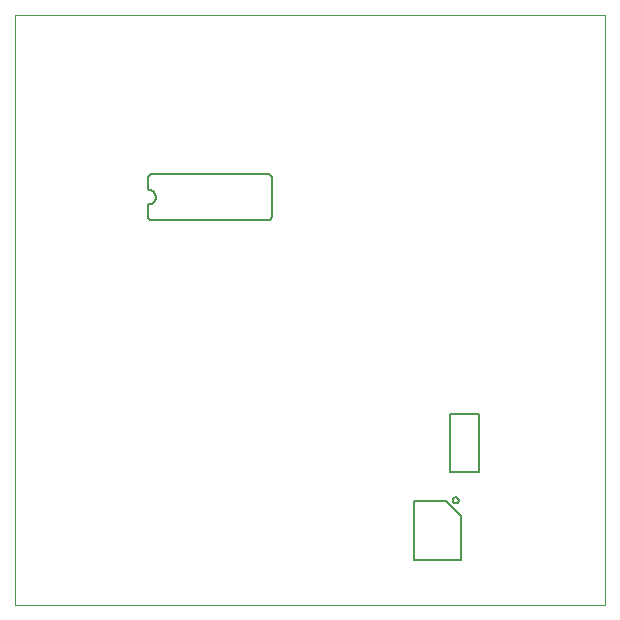
<source format=gbo>
G75*
%MOIN*%
%OFA0B0*%
%FSLAX25Y25*%
%IPPOS*%
%LPD*%
%AMOC8*
5,1,8,0,0,1.08239X$1,22.5*
%
%ADD10C,0.00000*%
%ADD11C,0.00500*%
%ADD12C,0.00800*%
D10*
X0009000Y0001100D02*
X0009000Y0197950D01*
X0205850Y0197950D01*
X0205850Y0001100D01*
X0009000Y0001100D01*
D11*
X0142126Y0016257D02*
X0157874Y0016257D01*
X0157874Y0030943D01*
X0152874Y0035943D01*
X0142126Y0035943D01*
X0142126Y0016257D01*
X0154200Y0045400D02*
X0163800Y0045400D01*
X0163800Y0064800D01*
X0154200Y0064800D01*
X0154200Y0045400D01*
D12*
X0155000Y0036100D02*
X0155002Y0036163D01*
X0155008Y0036225D01*
X0155018Y0036287D01*
X0155031Y0036349D01*
X0155049Y0036409D01*
X0155070Y0036468D01*
X0155095Y0036526D01*
X0155124Y0036582D01*
X0155156Y0036636D01*
X0155191Y0036688D01*
X0155229Y0036737D01*
X0155271Y0036785D01*
X0155315Y0036829D01*
X0155363Y0036871D01*
X0155412Y0036909D01*
X0155464Y0036944D01*
X0155518Y0036976D01*
X0155574Y0037005D01*
X0155632Y0037030D01*
X0155691Y0037051D01*
X0155751Y0037069D01*
X0155813Y0037082D01*
X0155875Y0037092D01*
X0155937Y0037098D01*
X0156000Y0037100D01*
X0156063Y0037098D01*
X0156125Y0037092D01*
X0156187Y0037082D01*
X0156249Y0037069D01*
X0156309Y0037051D01*
X0156368Y0037030D01*
X0156426Y0037005D01*
X0156482Y0036976D01*
X0156536Y0036944D01*
X0156588Y0036909D01*
X0156637Y0036871D01*
X0156685Y0036829D01*
X0156729Y0036785D01*
X0156771Y0036737D01*
X0156809Y0036688D01*
X0156844Y0036636D01*
X0156876Y0036582D01*
X0156905Y0036526D01*
X0156930Y0036468D01*
X0156951Y0036409D01*
X0156969Y0036349D01*
X0156982Y0036287D01*
X0156992Y0036225D01*
X0156998Y0036163D01*
X0157000Y0036100D01*
X0156998Y0036037D01*
X0156992Y0035975D01*
X0156982Y0035913D01*
X0156969Y0035851D01*
X0156951Y0035791D01*
X0156930Y0035732D01*
X0156905Y0035674D01*
X0156876Y0035618D01*
X0156844Y0035564D01*
X0156809Y0035512D01*
X0156771Y0035463D01*
X0156729Y0035415D01*
X0156685Y0035371D01*
X0156637Y0035329D01*
X0156588Y0035291D01*
X0156536Y0035256D01*
X0156482Y0035224D01*
X0156426Y0035195D01*
X0156368Y0035170D01*
X0156309Y0035149D01*
X0156249Y0035131D01*
X0156187Y0035118D01*
X0156125Y0035108D01*
X0156063Y0035102D01*
X0156000Y0035100D01*
X0155937Y0035102D01*
X0155875Y0035108D01*
X0155813Y0035118D01*
X0155751Y0035131D01*
X0155691Y0035149D01*
X0155632Y0035170D01*
X0155574Y0035195D01*
X0155518Y0035224D01*
X0155464Y0035256D01*
X0155412Y0035291D01*
X0155363Y0035329D01*
X0155315Y0035371D01*
X0155271Y0035415D01*
X0155229Y0035463D01*
X0155191Y0035512D01*
X0155156Y0035564D01*
X0155124Y0035618D01*
X0155095Y0035674D01*
X0155070Y0035732D01*
X0155049Y0035791D01*
X0155031Y0035851D01*
X0155018Y0035913D01*
X0155008Y0035975D01*
X0155002Y0036037D01*
X0155000Y0036100D01*
X0093200Y0129437D02*
X0054800Y0129437D01*
X0054719Y0129449D01*
X0054639Y0129464D01*
X0054560Y0129483D01*
X0054482Y0129505D01*
X0054405Y0129532D01*
X0054329Y0129561D01*
X0054255Y0129595D01*
X0054183Y0129632D01*
X0054112Y0129672D01*
X0054044Y0129716D01*
X0053977Y0129763D01*
X0053913Y0129813D01*
X0053852Y0129866D01*
X0053793Y0129922D01*
X0053736Y0129981D01*
X0053683Y0130042D01*
X0053632Y0130106D01*
X0053585Y0130172D01*
X0053541Y0130240D01*
X0053500Y0130310D01*
X0053462Y0130382D01*
X0053428Y0130456D01*
X0053398Y0130532D01*
X0053371Y0130608D01*
X0053348Y0130686D01*
X0053328Y0130765D01*
X0053313Y0130845D01*
X0053301Y0130926D01*
X0053293Y0131006D01*
X0053289Y0131088D01*
X0053288Y0131169D01*
X0053292Y0131250D01*
X0053299Y0131331D01*
X0053300Y0131381D02*
X0053300Y0134700D01*
X0053500Y0134700D02*
X0053598Y0134702D01*
X0053696Y0134708D01*
X0053794Y0134717D01*
X0053891Y0134731D01*
X0053988Y0134748D01*
X0054084Y0134769D01*
X0054179Y0134794D01*
X0054273Y0134822D01*
X0054365Y0134855D01*
X0054457Y0134890D01*
X0054547Y0134930D01*
X0054635Y0134972D01*
X0054722Y0135019D01*
X0054806Y0135068D01*
X0054889Y0135121D01*
X0054969Y0135177D01*
X0055048Y0135237D01*
X0055124Y0135299D01*
X0055197Y0135364D01*
X0055268Y0135432D01*
X0055336Y0135503D01*
X0055401Y0135576D01*
X0055463Y0135652D01*
X0055523Y0135731D01*
X0055579Y0135811D01*
X0055632Y0135894D01*
X0055681Y0135978D01*
X0055728Y0136065D01*
X0055770Y0136153D01*
X0055810Y0136243D01*
X0055845Y0136335D01*
X0055878Y0136427D01*
X0055906Y0136521D01*
X0055931Y0136616D01*
X0055952Y0136712D01*
X0055969Y0136809D01*
X0055983Y0136906D01*
X0055992Y0137004D01*
X0055998Y0137102D01*
X0056000Y0137200D01*
X0055998Y0137298D01*
X0055992Y0137396D01*
X0055983Y0137494D01*
X0055969Y0137591D01*
X0055952Y0137688D01*
X0055931Y0137784D01*
X0055906Y0137879D01*
X0055878Y0137973D01*
X0055845Y0138065D01*
X0055810Y0138157D01*
X0055770Y0138247D01*
X0055728Y0138335D01*
X0055681Y0138422D01*
X0055632Y0138506D01*
X0055579Y0138589D01*
X0055523Y0138669D01*
X0055463Y0138748D01*
X0055401Y0138824D01*
X0055336Y0138897D01*
X0055268Y0138968D01*
X0055197Y0139036D01*
X0055124Y0139101D01*
X0055048Y0139163D01*
X0054969Y0139223D01*
X0054889Y0139279D01*
X0054806Y0139332D01*
X0054722Y0139381D01*
X0054635Y0139428D01*
X0054547Y0139470D01*
X0054457Y0139510D01*
X0054365Y0139545D01*
X0054273Y0139578D01*
X0054179Y0139606D01*
X0054084Y0139631D01*
X0053988Y0139652D01*
X0053891Y0139669D01*
X0053794Y0139683D01*
X0053696Y0139692D01*
X0053598Y0139698D01*
X0053500Y0139700D01*
X0053300Y0139700D02*
X0053300Y0143656D01*
X0053301Y0143656D02*
X0053313Y0143726D01*
X0053330Y0143796D01*
X0053350Y0143864D01*
X0053373Y0143932D01*
X0053401Y0143998D01*
X0053432Y0144062D01*
X0053466Y0144124D01*
X0053504Y0144185D01*
X0053544Y0144244D01*
X0053588Y0144300D01*
X0053635Y0144353D01*
X0053685Y0144405D01*
X0053738Y0144453D01*
X0053793Y0144498D01*
X0053850Y0144541D01*
X0053910Y0144580D01*
X0053972Y0144616D01*
X0054035Y0144648D01*
X0054100Y0144677D01*
X0054167Y0144703D01*
X0054235Y0144725D01*
X0054304Y0144743D01*
X0054374Y0144757D01*
X0054445Y0144767D01*
X0054516Y0144774D01*
X0054587Y0144777D01*
X0054658Y0144776D01*
X0054730Y0144771D01*
X0054800Y0144762D01*
X0054800Y0144763D02*
X0093594Y0144763D01*
X0093594Y0144762D02*
X0093664Y0144750D01*
X0093734Y0144733D01*
X0093802Y0144713D01*
X0093869Y0144689D01*
X0093935Y0144662D01*
X0094000Y0144631D01*
X0094062Y0144597D01*
X0094123Y0144559D01*
X0094181Y0144518D01*
X0094238Y0144474D01*
X0094291Y0144427D01*
X0094342Y0144377D01*
X0094391Y0144325D01*
X0094436Y0144270D01*
X0094479Y0144212D01*
X0094518Y0144153D01*
X0094554Y0144091D01*
X0094586Y0144027D01*
X0094615Y0143962D01*
X0094641Y0143896D01*
X0094662Y0143828D01*
X0094681Y0143758D01*
X0094695Y0143689D01*
X0094705Y0143618D01*
X0094712Y0143547D01*
X0094715Y0143476D01*
X0094714Y0143404D01*
X0094709Y0143333D01*
X0094700Y0143262D01*
X0094700Y0143263D02*
X0094700Y0130937D01*
X0094698Y0130861D01*
X0094692Y0130786D01*
X0094683Y0130710D01*
X0094669Y0130635D01*
X0094652Y0130561D01*
X0094631Y0130488D01*
X0094607Y0130416D01*
X0094579Y0130346D01*
X0094547Y0130277D01*
X0094512Y0130209D01*
X0094473Y0130144D01*
X0094431Y0130080D01*
X0094386Y0130019D01*
X0094338Y0129960D01*
X0094287Y0129904D01*
X0094233Y0129850D01*
X0094177Y0129799D01*
X0094118Y0129751D01*
X0094057Y0129706D01*
X0093993Y0129664D01*
X0093928Y0129625D01*
X0093860Y0129590D01*
X0093791Y0129558D01*
X0093721Y0129530D01*
X0093649Y0129506D01*
X0093576Y0129485D01*
X0093502Y0129468D01*
X0093427Y0129454D01*
X0093351Y0129445D01*
X0093276Y0129439D01*
X0093200Y0129437D01*
M02*

</source>
